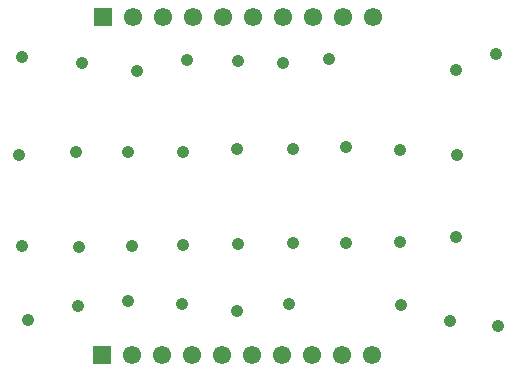
<source format=gbs>
%FSLAX33Y33*%
%MOMM*%
%ADD10C,1.0668*%
%ADD11R,1.55X1.55*%
%ADD12C,1.55*%
D10*
%LNbottom solder mask_traces*%
G01*
X24900Y37300D03*
X46900Y14900D03*
X29550Y29850D03*
X43400Y36550D03*
X38650Y22050D03*
X38650Y29800D03*
X16350Y36450D03*
X6650Y21700D03*
X43400Y22400D03*
X28700Y37150D03*
X7150Y15450D03*
X46750Y37950D03*
X32600Y37500D03*
X24850Y29850D03*
X20150Y16800D03*
X15650Y29650D03*
X11250Y29600D03*
X29550Y21900D03*
X24900Y21850D03*
X29250Y16750D03*
X15650Y17050D03*
X34100Y30050D03*
X43450Y29350D03*
X11700Y37150D03*
X20250Y29650D03*
X6350Y29400D03*
X6600Y37700D03*
X24800Y16150D03*
X20250Y21750D03*
X15950Y21700D03*
X11500Y21600D03*
X38750Y16700D03*
X34100Y21950D03*
X20600Y37450D03*
X11350Y16600D03*
X42900Y15350D03*
%LNbottom solder mask component d3f5827382159297*%
D11*
X13420Y12450D03*
D12*
X15960Y12450D03*
X18500Y12450D03*
X21040Y12450D03*
X23580Y12450D03*
X26120Y12450D03*
X28660Y12450D03*
X31200Y12450D03*
X33740Y12450D03*
X36280Y12450D03*
%LNbottom solder mask component f3a27893b55f737a*%
D11*
X13495Y41025D03*
D12*
X16035Y41025D03*
X18575Y41025D03*
X21115Y41025D03*
X23655Y41025D03*
X26195Y41025D03*
X28735Y41025D03*
X31275Y41025D03*
X33815Y41025D03*
X36355Y41025D03*
M02*
</source>
